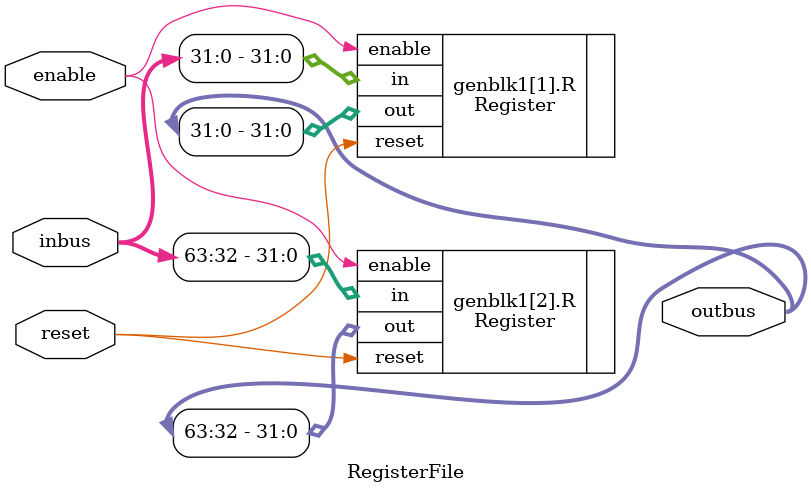
<source format=v>
`timescale 1ns / 1ps


module RegisterFile#(parameter ele_num = 2,parameter in_size = 32)(
    input [ele_num*in_size-1:0] inbus,
    input enable,reset,
    output [ele_num*in_size-1:0] outbus
    );
    
    genvar i;
    
generate
    for(i=1; i<=ele_num ; i = i+1)begin
    Register#(.in_size(in_size)) R (.in(inbus[i*in_size-1:(i-1)*in_size]),
                                    .enable(enable),
                                    .out(outbus[i*in_size-1:(i-1)*in_size]),
                                    .reset(reset)
                                    );
    
    end
endgenerate
    
endmodule


</source>
